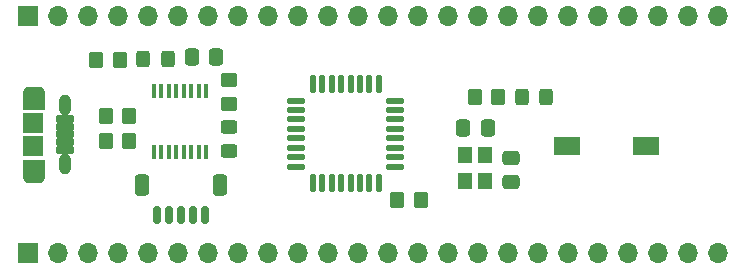
<source format=gbr>
%TF.GenerationSoftware,KiCad,Pcbnew,8.0.5*%
%TF.CreationDate,2024-12-22T00:31:45-07:00*%
%TF.ProjectId,2024_11_STM32F303_DaisyShape_v1_3,32303234-5f31-4315-9f53-544d33324633,rev?*%
%TF.SameCoordinates,Original*%
%TF.FileFunction,Soldermask,Top*%
%TF.FilePolarity,Negative*%
%FSLAX46Y46*%
G04 Gerber Fmt 4.6, Leading zero omitted, Abs format (unit mm)*
G04 Created by KiCad (PCBNEW 8.0.5) date 2024-12-22 00:31:45*
%MOMM*%
%LPD*%
G01*
G04 APERTURE LIST*
G04 Aperture macros list*
%AMRoundRect*
0 Rectangle with rounded corners*
0 $1 Rounding radius*
0 $2 $3 $4 $5 $6 $7 $8 $9 X,Y pos of 4 corners*
0 Add a 4 corners polygon primitive as box body*
4,1,4,$2,$3,$4,$5,$6,$7,$8,$9,$2,$3,0*
0 Add four circle primitives for the rounded corners*
1,1,$1+$1,$2,$3*
1,1,$1+$1,$4,$5*
1,1,$1+$1,$6,$7*
1,1,$1+$1,$8,$9*
0 Add four rect primitives between the rounded corners*
20,1,$1+$1,$2,$3,$4,$5,0*
20,1,$1+$1,$4,$5,$6,$7,0*
20,1,$1+$1,$6,$7,$8,$9,0*
20,1,$1+$1,$8,$9,$2,$3,0*%
G04 Aperture macros list end*
%ADD10C,0.010000*%
%ADD11RoundRect,0.250000X0.450000X-0.325000X0.450000X0.325000X-0.450000X0.325000X-0.450000X-0.325000X0*%
%ADD12RoundRect,0.250000X0.350000X0.450000X-0.350000X0.450000X-0.350000X-0.450000X0.350000X-0.450000X0*%
%ADD13RoundRect,0.250000X0.325000X0.450000X-0.325000X0.450000X-0.325000X-0.450000X0.325000X-0.450000X0*%
%ADD14RoundRect,0.250000X-0.475000X0.337500X-0.475000X-0.337500X0.475000X-0.337500X0.475000X0.337500X0*%
%ADD15R,1.200000X1.400000*%
%ADD16RoundRect,0.250000X0.337500X0.475000X-0.337500X0.475000X-0.337500X-0.475000X0.337500X-0.475000X0*%
%ADD17RoundRect,0.250000X0.450000X-0.350000X0.450000X0.350000X-0.450000X0.350000X-0.450000X-0.350000X0*%
%ADD18RoundRect,0.250000X-0.337500X-0.475000X0.337500X-0.475000X0.337500X0.475000X-0.337500X0.475000X0*%
%ADD19RoundRect,0.125000X0.625000X0.125000X-0.625000X0.125000X-0.625000X-0.125000X0.625000X-0.125000X0*%
%ADD20RoundRect,0.125000X0.125000X0.625000X-0.125000X0.625000X-0.125000X-0.625000X0.125000X-0.625000X0*%
%ADD21RoundRect,0.102000X-0.675000X0.200000X-0.675000X-0.200000X0.675000X-0.200000X0.675000X0.200000X0*%
%ADD22O,1.004000X1.804000*%
%ADD23O,1.704000X0.954000*%
%ADD24RoundRect,0.102000X-0.775000X0.750000X-0.775000X-0.750000X0.775000X-0.750000X0.775000X0.750000X0*%
%ADD25R,0.400000X1.200000*%
%ADD26R,1.700000X1.700000*%
%ADD27O,1.700000X1.700000*%
%ADD28R,2.300000X1.500000*%
%ADD29RoundRect,0.250000X-0.350000X-0.450000X0.350000X-0.450000X0.350000X0.450000X-0.350000X0.450000X0*%
%ADD30RoundRect,0.150000X-0.150000X-0.625000X0.150000X-0.625000X0.150000X0.625000X-0.150000X0.625000X0*%
%ADD31RoundRect,0.250000X-0.350000X-0.650000X0.350000X-0.650000X0.350000X0.650000X-0.350000X0.650000X0*%
G04 APERTURE END LIST*
D10*
%TO.C,J1*%
X107551000Y-49456000D02*
X107577000Y-49458000D01*
X107603000Y-49461000D01*
X107629000Y-49466000D01*
X107654000Y-49472000D01*
X107680000Y-49479000D01*
X107704000Y-49488000D01*
X107728000Y-49498000D01*
X107752000Y-49509000D01*
X107775000Y-49522000D01*
X107797000Y-49536000D01*
X107819000Y-49550000D01*
X107840000Y-49566000D01*
X107860000Y-49583000D01*
X107879000Y-49601000D01*
X107897000Y-49620000D01*
X107914000Y-49640000D01*
X107930000Y-49661000D01*
X107944000Y-49683000D01*
X107958000Y-49705000D01*
X107971000Y-49728000D01*
X107982000Y-49752000D01*
X107992000Y-49776000D01*
X108001000Y-49800000D01*
X108008000Y-49826000D01*
X108014000Y-49851000D01*
X108019000Y-49877000D01*
X108022000Y-49903000D01*
X108024000Y-49929000D01*
X108025000Y-49955000D01*
X108025000Y-51300000D01*
X106275000Y-51300000D01*
X106275000Y-49955000D01*
X106276000Y-49929000D01*
X106278000Y-49903000D01*
X106281000Y-49877000D01*
X106286000Y-49851000D01*
X106292000Y-49826000D01*
X106299000Y-49800000D01*
X106308000Y-49776000D01*
X106318000Y-49752000D01*
X106329000Y-49728000D01*
X106342000Y-49705000D01*
X106356000Y-49683000D01*
X106370000Y-49661000D01*
X106386000Y-49640000D01*
X106403000Y-49620000D01*
X106421000Y-49601000D01*
X106440000Y-49583000D01*
X106460000Y-49566000D01*
X106481000Y-49550000D01*
X106503000Y-49536000D01*
X106525000Y-49522000D01*
X106548000Y-49509000D01*
X106572000Y-49498000D01*
X106596000Y-49488000D01*
X106620000Y-49479000D01*
X106646000Y-49472000D01*
X106671000Y-49466000D01*
X106697000Y-49461000D01*
X106723000Y-49458000D01*
X106749000Y-49456000D01*
X106775000Y-49455000D01*
X107525000Y-49455000D01*
X107551000Y-49456000D01*
G36*
X107551000Y-49456000D02*
G01*
X107577000Y-49458000D01*
X107603000Y-49461000D01*
X107629000Y-49466000D01*
X107654000Y-49472000D01*
X107680000Y-49479000D01*
X107704000Y-49488000D01*
X107728000Y-49498000D01*
X107752000Y-49509000D01*
X107775000Y-49522000D01*
X107797000Y-49536000D01*
X107819000Y-49550000D01*
X107840000Y-49566000D01*
X107860000Y-49583000D01*
X107879000Y-49601000D01*
X107897000Y-49620000D01*
X107914000Y-49640000D01*
X107930000Y-49661000D01*
X107944000Y-49683000D01*
X107958000Y-49705000D01*
X107971000Y-49728000D01*
X107982000Y-49752000D01*
X107992000Y-49776000D01*
X108001000Y-49800000D01*
X108008000Y-49826000D01*
X108014000Y-49851000D01*
X108019000Y-49877000D01*
X108022000Y-49903000D01*
X108024000Y-49929000D01*
X108025000Y-49955000D01*
X108025000Y-51300000D01*
X106275000Y-51300000D01*
X106275000Y-49955000D01*
X106276000Y-49929000D01*
X106278000Y-49903000D01*
X106281000Y-49877000D01*
X106286000Y-49851000D01*
X106292000Y-49826000D01*
X106299000Y-49800000D01*
X106308000Y-49776000D01*
X106318000Y-49752000D01*
X106329000Y-49728000D01*
X106342000Y-49705000D01*
X106356000Y-49683000D01*
X106370000Y-49661000D01*
X106386000Y-49640000D01*
X106403000Y-49620000D01*
X106421000Y-49601000D01*
X106440000Y-49583000D01*
X106460000Y-49566000D01*
X106481000Y-49550000D01*
X106503000Y-49536000D01*
X106525000Y-49522000D01*
X106548000Y-49509000D01*
X106572000Y-49498000D01*
X106596000Y-49488000D01*
X106620000Y-49479000D01*
X106646000Y-49472000D01*
X106671000Y-49466000D01*
X106697000Y-49461000D01*
X106723000Y-49458000D01*
X106749000Y-49456000D01*
X106775000Y-49455000D01*
X107525000Y-49455000D01*
X107551000Y-49456000D01*
G37*
X108025000Y-57045000D02*
X108024000Y-57071000D01*
X108022000Y-57097000D01*
X108019000Y-57123000D01*
X108014000Y-57149000D01*
X108008000Y-57174000D01*
X108001000Y-57200000D01*
X107992000Y-57224000D01*
X107982000Y-57248000D01*
X107971000Y-57272000D01*
X107958000Y-57295000D01*
X107944000Y-57317000D01*
X107930000Y-57339000D01*
X107914000Y-57360000D01*
X107897000Y-57380000D01*
X107879000Y-57399000D01*
X107860000Y-57417000D01*
X107840000Y-57434000D01*
X107819000Y-57450000D01*
X107797000Y-57464000D01*
X107775000Y-57478000D01*
X107752000Y-57491000D01*
X107728000Y-57502000D01*
X107704000Y-57512000D01*
X107680000Y-57521000D01*
X107654000Y-57528000D01*
X107629000Y-57534000D01*
X107603000Y-57539000D01*
X107577000Y-57542000D01*
X107551000Y-57544000D01*
X107525000Y-57545000D01*
X106775000Y-57545000D01*
X106749000Y-57544000D01*
X106723000Y-57542000D01*
X106697000Y-57539000D01*
X106671000Y-57534000D01*
X106646000Y-57528000D01*
X106620000Y-57521000D01*
X106596000Y-57512000D01*
X106572000Y-57502000D01*
X106548000Y-57491000D01*
X106525000Y-57478000D01*
X106503000Y-57464000D01*
X106481000Y-57450000D01*
X106460000Y-57434000D01*
X106440000Y-57417000D01*
X106421000Y-57399000D01*
X106403000Y-57380000D01*
X106386000Y-57360000D01*
X106370000Y-57339000D01*
X106356000Y-57317000D01*
X106342000Y-57295000D01*
X106329000Y-57272000D01*
X106318000Y-57248000D01*
X106308000Y-57224000D01*
X106299000Y-57200000D01*
X106292000Y-57174000D01*
X106286000Y-57149000D01*
X106281000Y-57123000D01*
X106278000Y-57097000D01*
X106276000Y-57071000D01*
X106275000Y-57045000D01*
X106275000Y-55700000D01*
X108025000Y-55700000D01*
X108025000Y-57045000D01*
G36*
X108025000Y-57045000D02*
G01*
X108024000Y-57071000D01*
X108022000Y-57097000D01*
X108019000Y-57123000D01*
X108014000Y-57149000D01*
X108008000Y-57174000D01*
X108001000Y-57200000D01*
X107992000Y-57224000D01*
X107982000Y-57248000D01*
X107971000Y-57272000D01*
X107958000Y-57295000D01*
X107944000Y-57317000D01*
X107930000Y-57339000D01*
X107914000Y-57360000D01*
X107897000Y-57380000D01*
X107879000Y-57399000D01*
X107860000Y-57417000D01*
X107840000Y-57434000D01*
X107819000Y-57450000D01*
X107797000Y-57464000D01*
X107775000Y-57478000D01*
X107752000Y-57491000D01*
X107728000Y-57502000D01*
X107704000Y-57512000D01*
X107680000Y-57521000D01*
X107654000Y-57528000D01*
X107629000Y-57534000D01*
X107603000Y-57539000D01*
X107577000Y-57542000D01*
X107551000Y-57544000D01*
X107525000Y-57545000D01*
X106775000Y-57545000D01*
X106749000Y-57544000D01*
X106723000Y-57542000D01*
X106697000Y-57539000D01*
X106671000Y-57534000D01*
X106646000Y-57528000D01*
X106620000Y-57521000D01*
X106596000Y-57512000D01*
X106572000Y-57502000D01*
X106548000Y-57491000D01*
X106525000Y-57478000D01*
X106503000Y-57464000D01*
X106481000Y-57450000D01*
X106460000Y-57434000D01*
X106440000Y-57417000D01*
X106421000Y-57399000D01*
X106403000Y-57380000D01*
X106386000Y-57360000D01*
X106370000Y-57339000D01*
X106356000Y-57317000D01*
X106342000Y-57295000D01*
X106329000Y-57272000D01*
X106318000Y-57248000D01*
X106308000Y-57224000D01*
X106299000Y-57200000D01*
X106292000Y-57174000D01*
X106286000Y-57149000D01*
X106281000Y-57123000D01*
X106278000Y-57097000D01*
X106276000Y-57071000D01*
X106275000Y-57045000D01*
X106275000Y-55700000D01*
X108025000Y-55700000D01*
X108025000Y-57045000D01*
G37*
%TD*%
D11*
%TO.C,D5*%
X123700000Y-54900000D03*
X123700000Y-52850000D03*
%TD*%
D12*
%TO.C,R4*%
X114490000Y-47175000D03*
X112490000Y-47175000D03*
%TD*%
D13*
%TO.C,D4*%
X150550000Y-50300000D03*
X148500000Y-50300000D03*
%TD*%
D14*
%TO.C,C19*%
X147550000Y-55462500D03*
X147550000Y-57537500D03*
%TD*%
D15*
%TO.C,Y3*%
X145350000Y-57475000D03*
X145350000Y-55275000D03*
X143650000Y-55275000D03*
X143650000Y-57475000D03*
%TD*%
D16*
%TO.C,C20*%
X145637500Y-52975000D03*
X143562500Y-52975000D03*
%TD*%
D17*
%TO.C,R9*%
X123675000Y-50925000D03*
X123675000Y-48925000D03*
%TD*%
D13*
%TO.C,D2*%
X118512500Y-47145000D03*
X116462500Y-47145000D03*
%TD*%
D18*
%TO.C,C2*%
X120562500Y-46900000D03*
X122637500Y-46900000D03*
%TD*%
D19*
%TO.C,U1*%
X137775000Y-56225000D03*
X137775000Y-55425000D03*
X137775000Y-54625000D03*
X137775000Y-53825000D03*
X137775000Y-53025000D03*
X137775000Y-52225000D03*
X137775000Y-51425000D03*
X137775000Y-50625000D03*
D20*
X136400000Y-49250000D03*
X135600000Y-49250000D03*
X134800000Y-49250000D03*
X134000000Y-49250000D03*
X133200000Y-49250000D03*
X132400000Y-49250000D03*
X131600000Y-49250000D03*
X130800000Y-49250000D03*
D19*
X129425000Y-50625000D03*
X129425000Y-51425000D03*
X129425000Y-52225000D03*
X129425000Y-53025000D03*
X129425000Y-53825000D03*
X129425000Y-54625000D03*
X129425000Y-55425000D03*
X129425000Y-56225000D03*
D20*
X130800000Y-57600000D03*
X131600000Y-57600000D03*
X132400000Y-57600000D03*
X133200000Y-57600000D03*
X134000000Y-57600000D03*
X134800000Y-57600000D03*
X135600000Y-57600000D03*
X136400000Y-57600000D03*
%TD*%
D21*
%TO.C,J1*%
X109825000Y-52200000D03*
X109825000Y-52850000D03*
X109825000Y-53500000D03*
X109825000Y-54150000D03*
X109825000Y-54800000D03*
D22*
X109850000Y-51000000D03*
X109850000Y-56000000D03*
D23*
X107150000Y-49975000D03*
D24*
X107150000Y-52500000D03*
X107150000Y-54500000D03*
D23*
X107150000Y-57025000D03*
%TD*%
D25*
%TO.C,U2*%
X117352500Y-55000000D03*
X117987500Y-55000000D03*
X118622500Y-55000000D03*
X119257500Y-55000000D03*
X119892500Y-55000000D03*
X120527500Y-55000000D03*
X121162500Y-55000000D03*
X121797500Y-55000000D03*
X121797500Y-49800000D03*
X121162500Y-49800000D03*
X120527500Y-49800000D03*
X119892500Y-49800000D03*
X119257500Y-49800000D03*
X118622500Y-49800000D03*
X117987500Y-49800000D03*
X117352500Y-49800000D03*
%TD*%
D26*
%TO.C,J4*%
X106675000Y-63495000D03*
D27*
X109215000Y-63495000D03*
X111755000Y-63495000D03*
X114295000Y-63495000D03*
X116835000Y-63495000D03*
X119375000Y-63495000D03*
X121915000Y-63495000D03*
X124455000Y-63495000D03*
X126995000Y-63495000D03*
X129535000Y-63495000D03*
X132075000Y-63495000D03*
X134615000Y-63495000D03*
X137155000Y-63495000D03*
X139695000Y-63495000D03*
X142235000Y-63495000D03*
X144775000Y-63495000D03*
X147315000Y-63495000D03*
X149855000Y-63495000D03*
X152395000Y-63495000D03*
X154935000Y-63495000D03*
X157475000Y-63495000D03*
X160015000Y-63495000D03*
X162555000Y-63495000D03*
X165095000Y-63495000D03*
%TD*%
D12*
%TO.C,R8*%
X115275000Y-51900000D03*
X113275000Y-51900000D03*
%TD*%
%TO.C,R6*%
X139950000Y-59075000D03*
X137950000Y-59075000D03*
%TD*%
D28*
%TO.C,SW2*%
X159050000Y-54475000D03*
X152350000Y-54475000D03*
%TD*%
D29*
%TO.C,R7*%
X113275000Y-54025000D03*
X115275000Y-54025000D03*
%TD*%
D26*
%TO.C,J5*%
X106675000Y-43495000D03*
D27*
X109215000Y-43495000D03*
X111755000Y-43495000D03*
X114295000Y-43495000D03*
X116835000Y-43495000D03*
X119375000Y-43495000D03*
X121915000Y-43495000D03*
X124455000Y-43495000D03*
X126995000Y-43495000D03*
X129535000Y-43495000D03*
X132075000Y-43495000D03*
X134615000Y-43495000D03*
X137155000Y-43495000D03*
X139695000Y-43495000D03*
X142235000Y-43495000D03*
X144775000Y-43495000D03*
X147315000Y-43495000D03*
X149855000Y-43495000D03*
X152395000Y-43495000D03*
X154935000Y-43495000D03*
X157475000Y-43495000D03*
X160015000Y-43495000D03*
X162555000Y-43495000D03*
X165095000Y-43495000D03*
%TD*%
D12*
%TO.C,R10*%
X146500000Y-50300000D03*
X144500000Y-50300000D03*
%TD*%
D30*
%TO.C,J3*%
X117650000Y-60275000D03*
X118650000Y-60275000D03*
X119650000Y-60275000D03*
X120650000Y-60275000D03*
X121650000Y-60275000D03*
D31*
X116350000Y-57750000D03*
X122950000Y-57750000D03*
%TD*%
M02*

</source>
